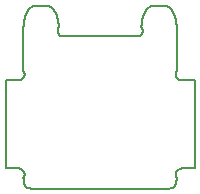
<source format=gbr>
G04 #@! TF.GenerationSoftware,KiCad,Pcbnew,5.0.2+dfsg1-1*
G04 #@! TF.CreationDate,2021-12-14T01:35:29+01:00*
G04 #@! TF.ProjectId,test_a,74657374-5f61-42e6-9b69-6361645f7063,rev?*
G04 #@! TF.SameCoordinates,Original*
G04 #@! TF.FileFunction,Profile,NP*
%FSLAX46Y46*%
G04 Gerber Fmt 4.6, Leading zero omitted, Abs format (unit mm)*
G04 Created by KiCad (PCBNEW 5.0.2+dfsg1-1) date Tue 14 Dec 2021 01:35:29 AM CET*
%MOMM*%
%LPD*%
G01*
G04 APERTURE LIST*
%ADD10C,0.141421*%
G04 APERTURE END LIST*
D10*
X-4497918Y9026358D02*
X-5497856Y9026356D01*
X-4449306Y9024058D02*
X-4497918Y9026358D01*
X-4401076Y9017229D02*
X-4449306Y9024058D01*
X-4353303Y9005974D02*
X-4401076Y9017229D01*
X-4306061Y8990397D02*
X-4353303Y9005974D01*
X-4259424Y8970603D02*
X-4306061Y8990397D01*
X-4213466Y8946695D02*
X-4259424Y8970603D01*
X-4168261Y8918779D02*
X-4213466Y8946695D01*
X-4123885Y8886958D02*
X-4168261Y8918779D01*
X-4080410Y8851336D02*
X-4123885Y8886958D01*
X-4037911Y8812018D02*
X-4080410Y8851336D01*
X-3996462Y8769108D02*
X-4037911Y8812018D01*
X-3956138Y8722710D02*
X-3996462Y8769108D01*
X-3917012Y8672929D02*
X-3956138Y8722710D01*
X-3879159Y8619869D02*
X-3917012Y8672929D01*
X-3842653Y8563633D02*
X-3879159Y8619869D01*
X-3807569Y8504326D02*
X-3842653Y8563633D01*
X-3773979Y8442053D02*
X-3807569Y8504326D01*
X-3741960Y8376918D02*
X-3773979Y8442053D01*
X-3711584Y8309025D02*
X-3741960Y8376918D01*
X-3682926Y8238477D02*
X-3711584Y8309025D01*
X-3656061Y8165380D02*
X-3682926Y8238477D01*
X-3631062Y8089838D02*
X-3656061Y8165380D01*
X-3608003Y8011955D02*
X-3631062Y8089838D01*
X-3586959Y7931834D02*
X-3608003Y8011955D01*
X-3568005Y7849581D02*
X-3586959Y7931834D01*
X-3551213Y7765300D02*
X-3568005Y7849581D01*
X-3536659Y7679094D02*
X-3551213Y7765300D01*
X-3524416Y7591069D02*
X-3536659Y7679094D01*
X-3514559Y7501327D02*
X-3524416Y7591069D01*
X-3507163Y7409975D02*
X-3514559Y7501327D01*
X-3502300Y7317114D02*
X-3507163Y7409975D01*
X-3500046Y7222851D02*
X-3502300Y7317114D01*
X-3522406Y7189865D02*
X-3500046Y7222851D01*
X-3541982Y7155376D02*
X-3522406Y7189865D01*
X-3558717Y7119561D02*
X-3541982Y7155376D01*
X-3572551Y7082594D02*
X-3558717Y7119561D01*
X-3583426Y7044653D02*
X-3572551Y7082594D01*
X-3591284Y7005914D02*
X-3583426Y7044653D01*
X-3596066Y6966553D02*
X-3591284Y7005914D01*
X-3597714Y6926745D02*
X-3596066Y6966553D01*
X-3595835Y6882876D02*
X-3597714Y6926745D01*
X-3590218Y6839892D02*
X-3595835Y6882876D01*
X-3581002Y6797982D02*
X-3590218Y6839892D01*
X-3568328Y6757334D02*
X-3581002Y6797982D01*
X-3552334Y6718135D02*
X-3568328Y6757334D01*
X-3533162Y6680574D02*
X-3552334Y6718135D01*
X-3510951Y6644838D02*
X-3533162Y6680574D01*
X-3485840Y6611115D02*
X-3510951Y6644838D01*
X-3457969Y6579592D02*
X-3485840Y6611115D01*
X-3427480Y6550458D02*
X-3457969Y6579592D01*
X-3394510Y6523900D02*
X-3427480Y6550458D01*
X-3359200Y6500106D02*
X-3394510Y6523900D01*
X-3321690Y6479265D02*
X-3359200Y6500106D01*
X-3282120Y6461563D02*
X-3321690Y6479265D01*
X-3240630Y6447188D02*
X-3282120Y6461563D01*
X3240630Y6447188D02*
X-3240630Y6447188D01*
X3282120Y6461563D02*
X3240630Y6447188D01*
X3321690Y6479265D02*
X3282120Y6461563D01*
X3359200Y6500106D02*
X3321690Y6479265D01*
X3394510Y6523900D02*
X3359200Y6500106D01*
X3427479Y6550458D02*
X3394510Y6523900D01*
X3457969Y6579592D02*
X3427479Y6550458D01*
X3485839Y6611115D02*
X3457969Y6579592D01*
X3510950Y6644838D02*
X3485839Y6611115D01*
X3533162Y6680574D02*
X3510950Y6644838D01*
X3552334Y6718135D02*
X3533162Y6680574D01*
X3568327Y6757334D02*
X3552334Y6718135D01*
X3581002Y6797982D02*
X3568327Y6757334D01*
X3590218Y6839892D02*
X3581002Y6797982D01*
X3595835Y6882876D02*
X3590218Y6839892D01*
X3597714Y6926745D02*
X3595835Y6882876D01*
X3596067Y6966553D02*
X3597714Y6926745D01*
X3591286Y7005914D02*
X3596067Y6966553D01*
X3583428Y7044654D02*
X3591286Y7005914D01*
X3572553Y7082595D02*
X3583428Y7044654D01*
X3558718Y7119561D02*
X3572553Y7082595D01*
X3541983Y7155377D02*
X3558718Y7119561D01*
X3522405Y7189866D02*
X3541983Y7155377D01*
X3500044Y7222851D02*
X3522405Y7189866D01*
X3502298Y7317114D02*
X3500044Y7222851D01*
X3507161Y7409974D02*
X3502298Y7317114D01*
X3514558Y7501327D02*
X3507161Y7409974D01*
X3524414Y7591069D02*
X3514558Y7501327D01*
X3536657Y7679094D02*
X3524414Y7591069D01*
X3551211Y7765300D02*
X3536657Y7679094D01*
X3568003Y7849581D02*
X3551211Y7765300D01*
X3586957Y7931834D02*
X3568003Y7849581D01*
X3608001Y8011955D02*
X3586957Y7931834D01*
X3631060Y8089838D02*
X3608001Y8011955D01*
X3656059Y8165380D02*
X3631060Y8089838D01*
X3682924Y8238477D02*
X3656059Y8165380D01*
X3711582Y8309024D02*
X3682924Y8238477D01*
X3741958Y8376918D02*
X3711582Y8309024D01*
X3773978Y8442053D02*
X3741958Y8376918D01*
X3807567Y8504326D02*
X3773978Y8442053D01*
X3842651Y8563633D02*
X3807567Y8504326D01*
X3879157Y8619868D02*
X3842651Y8563633D01*
X3917010Y8672929D02*
X3879157Y8619868D01*
X3956136Y8722710D02*
X3917010Y8672929D01*
X3996460Y8769108D02*
X3956136Y8722710D01*
X4037909Y8812018D02*
X3996460Y8769108D01*
X4080408Y8851336D02*
X4037909Y8812018D01*
X4123883Y8886957D02*
X4080408Y8851336D01*
X4168260Y8918778D02*
X4123883Y8886957D01*
X4213464Y8946695D02*
X4168260Y8918778D01*
X4259422Y8970603D02*
X4213464Y8946695D01*
X4306059Y8990397D02*
X4259422Y8970603D01*
X4353301Y9005974D02*
X4306059Y8990397D01*
X4401074Y9017229D02*
X4353301Y9005974D01*
X4449304Y9024058D02*
X4401074Y9017229D01*
X4497916Y9026358D02*
X4449304Y9024058D01*
X5497855Y9026358D02*
X4497916Y9026358D01*
X5546492Y9024046D02*
X5497855Y9026358D01*
X5594487Y9017181D02*
X5546492Y9024046D01*
X5641792Y9005869D02*
X5594487Y9017181D01*
X5688356Y8990214D02*
X5641792Y9005869D01*
X5734129Y8970319D02*
X5688356Y8990214D01*
X5779061Y8946291D02*
X5734129Y8970319D01*
X5823103Y8918232D02*
X5779061Y8946291D01*
X5866203Y8886249D02*
X5823103Y8918232D01*
X5908314Y8850445D02*
X5866203Y8886249D01*
X5949383Y8810925D02*
X5908314Y8850445D01*
X5989362Y8767794D02*
X5949383Y8810925D01*
X6028200Y8721157D02*
X5989362Y8767794D01*
X6065847Y8671117D02*
X6028200Y8721157D01*
X6102254Y8617779D02*
X6065847Y8671117D01*
X6137371Y8561248D02*
X6102254Y8617779D01*
X6171147Y8501629D02*
X6137371Y8561248D01*
X6203533Y8439026D02*
X6171147Y8501629D01*
X6234478Y8373544D02*
X6203533Y8439026D01*
X6263933Y8305287D02*
X6234478Y8373544D01*
X6291847Y8234360D02*
X6263933Y8305287D01*
X6318172Y8160868D02*
X6291847Y8234360D01*
X6342856Y8084914D02*
X6318172Y8160868D01*
X6365850Y8006604D02*
X6342856Y8084914D01*
X6387104Y7926042D02*
X6365850Y8006604D01*
X6406567Y7843333D02*
X6387104Y7926042D01*
X6424191Y7758582D02*
X6406567Y7843333D01*
X6439924Y7671892D02*
X6424191Y7758582D01*
X6453718Y7583368D02*
X6439924Y7671892D01*
X6465521Y7493116D02*
X6453718Y7583368D01*
X6475285Y7401240D02*
X6465521Y7493116D01*
X6482958Y7307843D02*
X6475285Y7401240D01*
X6488492Y7213032D02*
X6482958Y7307843D01*
X6488492Y3514120D02*
X6488492Y7213032D01*
X6467740Y3481928D02*
X6488492Y3514120D01*
X6449588Y3448393D02*
X6467740Y3481928D01*
X6434085Y3413672D02*
X6449588Y3448393D01*
X6421282Y3377924D02*
X6434085Y3413672D01*
X6411228Y3341308D02*
X6421282Y3377924D01*
X6403973Y3303981D02*
X6411228Y3341308D01*
X6399568Y3266103D02*
X6403973Y3303981D01*
X6398062Y3227832D02*
X6399568Y3266103D01*
X6400084Y3182325D02*
X6398062Y3227832D01*
X6406075Y3137960D02*
X6400084Y3182325D01*
X6415858Y3094914D02*
X6406075Y3137960D01*
X6429258Y3053364D02*
X6415858Y3094914D01*
X6446098Y3013487D02*
X6429258Y3053364D01*
X6466200Y2975458D02*
X6446098Y3013487D01*
X6489390Y2939456D02*
X6466200Y2975458D01*
X6515490Y2905655D02*
X6489390Y2939456D01*
X6544325Y2874233D02*
X6515490Y2905655D01*
X6575717Y2845366D02*
X6544325Y2874233D01*
X6609491Y2819231D02*
X6575717Y2845366D01*
X6645470Y2796004D02*
X6609491Y2819231D01*
X6683478Y2775862D02*
X6645470Y2796004D01*
X6723337Y2758981D02*
X6683478Y2775862D01*
X6764873Y2745538D02*
X6723337Y2758981D01*
X6807908Y2735710D02*
X6764873Y2745538D01*
X6852267Y2729673D02*
X6807908Y2735710D01*
X6897772Y2727604D02*
X6852267Y2729673D01*
X8000031Y2727604D02*
X6897772Y2727604D01*
X8000031Y-4747269D02*
X8000031Y2727604D01*
X6897772Y-4747269D02*
X8000031Y-4747269D01*
X6852267Y-4749338D02*
X6897772Y-4747269D01*
X6807908Y-4755375D02*
X6852267Y-4749338D01*
X6764873Y-4765203D02*
X6807908Y-4755375D01*
X6723337Y-4778646D02*
X6764873Y-4765203D01*
X6683478Y-4795527D02*
X6723337Y-4778646D01*
X6645470Y-4815669D02*
X6683478Y-4795527D01*
X6609491Y-4838896D02*
X6645470Y-4815669D01*
X6575717Y-4865031D02*
X6609491Y-4838896D01*
X6544325Y-4893899D02*
X6575717Y-4865031D01*
X6515490Y-4925321D02*
X6544325Y-4893899D01*
X6489390Y-4959122D02*
X6515490Y-4925321D01*
X6466200Y-4995125D02*
X6489390Y-4959122D01*
X6446098Y-5033153D02*
X6466200Y-4995125D01*
X6429258Y-5073031D02*
X6446098Y-5033153D01*
X6415858Y-5114581D02*
X6429258Y-5073031D01*
X6406075Y-5157626D02*
X6415858Y-5114581D01*
X6400084Y-5201991D02*
X6406075Y-5157626D01*
X6398062Y-5247499D02*
X6400084Y-5201991D01*
X6399566Y-5285770D02*
X6398062Y-5247499D01*
X6403971Y-5323650D02*
X6399566Y-5285770D01*
X6411225Y-5360978D02*
X6403971Y-5323650D01*
X6421279Y-5397596D02*
X6411225Y-5360978D01*
X6434083Y-5433345D02*
X6421279Y-5397596D01*
X6449587Y-5468066D02*
X6434083Y-5433345D01*
X6467740Y-5501600D02*
X6449587Y-5468066D01*
X6488492Y-5533789D02*
X6467740Y-5501600D01*
X6482958Y-5626019D02*
X6488492Y-5533789D01*
X6475285Y-5711890D02*
X6482958Y-5626019D01*
X6465521Y-5791628D02*
X6475285Y-5711890D01*
X6453718Y-5865457D02*
X6465521Y-5791628D01*
X6439924Y-5933602D02*
X6453718Y-5865457D01*
X6424191Y-5996289D02*
X6439924Y-5933602D01*
X6406567Y-6053741D02*
X6424191Y-5996289D01*
X6387104Y-6106186D02*
X6406567Y-6053741D01*
X6365850Y-6153846D02*
X6387104Y-6106186D01*
X6342856Y-6196947D02*
X6365850Y-6153846D01*
X6318172Y-6235715D02*
X6342856Y-6196947D01*
X6291847Y-6270374D02*
X6318172Y-6235715D01*
X6263933Y-6301150D02*
X6291847Y-6270374D01*
X6234478Y-6328266D02*
X6263933Y-6301150D01*
X6203533Y-6351949D02*
X6234478Y-6328266D01*
X6171147Y-6372422D02*
X6203533Y-6351949D01*
X6137371Y-6389912D02*
X6171147Y-6372422D01*
X6102254Y-6404643D02*
X6137371Y-6389912D01*
X6065847Y-6416840D02*
X6102254Y-6404643D01*
X6028200Y-6426728D02*
X6065847Y-6416840D01*
X5989362Y-6434533D02*
X6028200Y-6426728D01*
X5949383Y-6440478D02*
X5989362Y-6434533D01*
X5908314Y-6444790D02*
X5949383Y-6440478D01*
X5866203Y-6447692D02*
X5908314Y-6444790D01*
X5823103Y-6449411D02*
X5866203Y-6447692D01*
X5779061Y-6450170D02*
X5823103Y-6449411D01*
X5734129Y-6450196D02*
X5779061Y-6450170D01*
X5688356Y-6449712D02*
X5734129Y-6450196D01*
X5641792Y-6448945D02*
X5688356Y-6449712D01*
X5594487Y-6448119D02*
X5641792Y-6448945D01*
X5546492Y-6447458D02*
X5594487Y-6448119D01*
X5497855Y-6447189D02*
X5546492Y-6447458D01*
X-5497856Y-6447189D02*
X5497855Y-6447189D01*
X-5546493Y-6447458D02*
X-5497856Y-6447189D01*
X-5594489Y-6448119D02*
X-5546493Y-6447458D01*
X-5641794Y-6448945D02*
X-5594489Y-6448119D01*
X-5688358Y-6449712D02*
X-5641794Y-6448945D01*
X-5734131Y-6450196D02*
X-5688358Y-6449712D01*
X-5779063Y-6450170D02*
X-5734131Y-6450196D01*
X-5823104Y-6449411D02*
X-5779063Y-6450170D01*
X-5866205Y-6447692D02*
X-5823104Y-6449411D01*
X-5908315Y-6444790D02*
X-5866205Y-6447692D01*
X-5949384Y-6440478D02*
X-5908315Y-6444790D01*
X-5989363Y-6434533D02*
X-5949384Y-6440478D01*
X-6028201Y-6426728D02*
X-5989363Y-6434533D01*
X-6065849Y-6416840D02*
X-6028201Y-6426728D01*
X-6102256Y-6404643D02*
X-6065849Y-6416840D01*
X-6137373Y-6389912D02*
X-6102256Y-6404643D01*
X-6171149Y-6372422D02*
X-6137373Y-6389912D01*
X-6203534Y-6351949D02*
X-6171149Y-6372422D01*
X-6234480Y-6328266D02*
X-6203534Y-6351949D01*
X-6263935Y-6301150D02*
X-6234480Y-6328266D01*
X-6291849Y-6270374D02*
X-6263935Y-6301150D01*
X-6318174Y-6235715D02*
X-6291849Y-6270374D01*
X-6342858Y-6196947D02*
X-6318174Y-6235715D01*
X-6365852Y-6153846D02*
X-6342858Y-6196947D01*
X-6387105Y-6106186D02*
X-6365852Y-6153846D01*
X-6406569Y-6053741D02*
X-6387105Y-6106186D01*
X-6424193Y-5996289D02*
X-6406569Y-6053741D01*
X-6439926Y-5933602D02*
X-6424193Y-5996289D01*
X-6453719Y-5865457D02*
X-6439926Y-5933602D01*
X-6465523Y-5791628D02*
X-6453719Y-5865457D01*
X-6475286Y-5711890D02*
X-6465523Y-5791628D01*
X-6482960Y-5626019D02*
X-6475286Y-5711890D01*
X-6488494Y-5533789D02*
X-6482960Y-5626019D01*
X-6467742Y-5501597D02*
X-6488494Y-5533789D01*
X-6449589Y-5468062D02*
X-6467742Y-5501597D01*
X-6434086Y-5433341D02*
X-6449589Y-5468062D01*
X-6421282Y-5397592D02*
X-6434086Y-5433341D01*
X-6411227Y-5360975D02*
X-6421282Y-5397592D01*
X-6403972Y-5323648D02*
X-6411227Y-5360975D01*
X-6399566Y-5285770D02*
X-6403972Y-5323648D01*
X-6398060Y-5247499D02*
X-6399566Y-5285770D01*
X-6400082Y-5201991D02*
X-6398060Y-5247499D01*
X-6406073Y-5157626D02*
X-6400082Y-5201991D01*
X-6415857Y-5114581D02*
X-6406073Y-5157626D01*
X-6429256Y-5073031D02*
X-6415857Y-5114581D01*
X-6446096Y-5033153D02*
X-6429256Y-5073031D01*
X-6466199Y-4995125D02*
X-6446096Y-5033153D01*
X-6489388Y-4959122D02*
X-6466199Y-4995125D01*
X-6515489Y-4925321D02*
X-6489388Y-4959122D01*
X-6544323Y-4893899D02*
X-6515489Y-4925321D01*
X-6575716Y-4865031D02*
X-6544323Y-4893899D01*
X-6609490Y-4838896D02*
X-6575716Y-4865031D01*
X-6645469Y-4815669D02*
X-6609490Y-4838896D01*
X-6683476Y-4795527D02*
X-6645469Y-4815669D01*
X-6723336Y-4778646D02*
X-6683476Y-4795527D01*
X-6764872Y-4765203D02*
X-6723336Y-4778646D01*
X-6807907Y-4755375D02*
X-6764872Y-4765203D01*
X-6852266Y-4749338D02*
X-6807907Y-4755375D01*
X-6897771Y-4747269D02*
X-6852266Y-4749338D01*
X-8000029Y-4747269D02*
X-6897771Y-4747269D01*
X-8000029Y2727604D02*
X-8000029Y-4747269D01*
X-6897771Y2727604D02*
X-8000029Y2727604D01*
X-6852266Y2729673D02*
X-6897771Y2727604D01*
X-6807907Y2735710D02*
X-6852266Y2729673D01*
X-6764872Y2745538D02*
X-6807907Y2735710D01*
X-6723336Y2758981D02*
X-6764872Y2745538D01*
X-6683476Y2775862D02*
X-6723336Y2758981D01*
X-6645469Y2796004D02*
X-6683476Y2775862D01*
X-6609490Y2819231D02*
X-6645469Y2796004D01*
X-6575716Y2845366D02*
X-6609490Y2819231D01*
X-6544323Y2874233D02*
X-6575716Y2845366D01*
X-6515489Y2905655D02*
X-6544323Y2874233D01*
X-6489388Y2939456D02*
X-6515489Y2905655D01*
X-6466199Y2975458D02*
X-6489388Y2939456D01*
X-6446096Y3013487D02*
X-6466199Y2975458D01*
X-6429256Y3053364D02*
X-6446096Y3013487D01*
X-6415856Y3094914D02*
X-6429256Y3053364D01*
X-6406073Y3137960D02*
X-6415856Y3094914D01*
X-6400082Y3182325D02*
X-6406073Y3137960D01*
X-6398060Y3227833D02*
X-6400082Y3182325D01*
X-6399566Y3266103D02*
X-6398060Y3227833D01*
X-6403972Y3303981D02*
X-6399566Y3266103D01*
X-6411227Y3341308D02*
X-6403972Y3303981D01*
X-6421281Y3377924D02*
X-6411227Y3341308D01*
X-6434085Y3413672D02*
X-6421281Y3377924D01*
X-6449589Y3448393D02*
X-6434085Y3413672D01*
X-6467742Y3481928D02*
X-6449589Y3448393D01*
X-6488494Y3514120D02*
X-6467742Y3481928D01*
X-6488494Y7213032D02*
X-6488494Y3514120D01*
X-6482960Y7307843D02*
X-6488494Y7213032D01*
X-6475286Y7401240D02*
X-6482960Y7307843D01*
X-6465523Y7493116D02*
X-6475286Y7401240D01*
X-6453719Y7583368D02*
X-6465523Y7493116D01*
X-6439926Y7671892D02*
X-6453719Y7583368D01*
X-6424192Y7758582D02*
X-6439926Y7671892D01*
X-6406569Y7843333D02*
X-6424192Y7758582D01*
X-6387105Y7926042D02*
X-6406569Y7843333D01*
X-6365851Y8006604D02*
X-6387105Y7926042D01*
X-6342857Y8084914D02*
X-6365851Y8006604D01*
X-6318173Y8160868D02*
X-6342857Y8084914D01*
X-6291849Y8234360D02*
X-6318173Y8160868D01*
X-6263934Y8305287D02*
X-6291849Y8234360D01*
X-6234479Y8373544D02*
X-6263934Y8305287D01*
X-6203534Y8439026D02*
X-6234479Y8373544D01*
X-6171148Y8501629D02*
X-6203534Y8439026D01*
X-6137372Y8561248D02*
X-6171148Y8501629D01*
X-6102256Y8617779D02*
X-6137372Y8561248D01*
X-6065849Y8671116D02*
X-6102256Y8617779D01*
X-6028201Y8721156D02*
X-6065849Y8671116D01*
X-5989363Y8767794D02*
X-6028201Y8721156D01*
X-5949384Y8810925D02*
X-5989363Y8767794D01*
X-5908315Y8850445D02*
X-5949384Y8810925D01*
X-5866205Y8886248D02*
X-5908315Y8850445D01*
X-5823104Y8918232D02*
X-5866205Y8886248D01*
X-5779063Y8946290D02*
X-5823104Y8918232D01*
X-5734130Y8970319D02*
X-5779063Y8946290D01*
X-5688357Y8990213D02*
X-5734130Y8970319D01*
X-5641793Y9005868D02*
X-5688357Y8990213D01*
X-5594489Y9017181D02*
X-5641793Y9005868D01*
X-5546493Y9024045D02*
X-5594489Y9017181D01*
X-5497856Y9026356D02*
X-5546493Y9024045D01*
M02*

</source>
